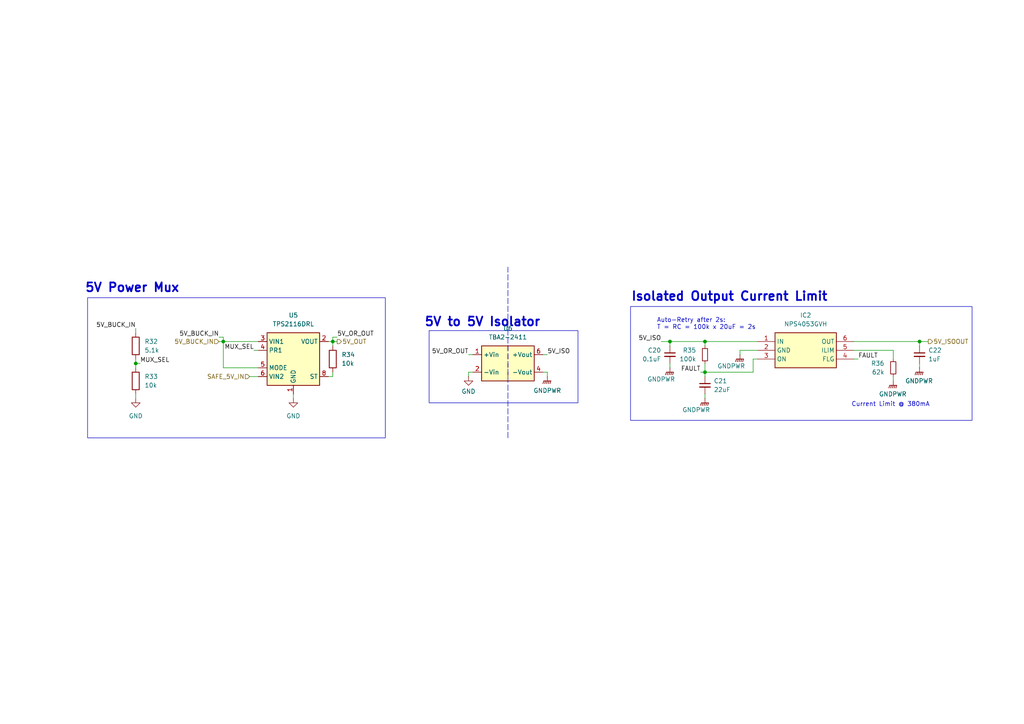
<source format=kicad_sch>
(kicad_sch (version 20231120) (generator "eeschema") (generator_version "8.0")
  (paper "A4")
  (title_block (title "5V ORring and Isolator"))
  (lib_symbols
    (symbol "Converter_DCDC:TBA2-2411"
      (property "Reference" "U" (at -6.35 6.35 0))
      (property "Value" "TBA2-2411" (at 2.54 6.35 0))
      (symbol "TBA2-2411_0_1"
        (rectangle (start -7.62 5.08) (end 7.62 -5.08) (stroke (width 0.254)) (fill (type background)))
        (polyline (pts (xy 0 -2.54) (xy 0 -3.81)))
        (polyline (pts (xy 0 0) (xy 0 -1.27)))
        (polyline (pts (xy 0 2.54) (xy 0 1.27)))
        (polyline (pts (xy 0 5.08) (xy 0 3.81)))
      )
      (symbol "TBA2-2411_1_1"
        (pin power_in line (at -10.16 2.54 0) (length 2.54) (name "+Vin") (number "1"))
        (pin power_in line (at -10.16 -2.54 0) (length 2.54) (name "-Vin") (number "2"))
        (pin power_out line (at 10.16 -2.54 180) (length 2.54) (name "-Vout") (number "4"))
        (pin power_out line (at 10.16 2.54 180) (length 2.54) (name "+Vout") (number "6"))
      )
    )
    (symbol "Device:C_Small" (pin_numbers hide) (pin_names (offset 0.254) hide)
      (property "Reference" "C" (at 0.254 1.778 0))
      (property "Value" "C_Small" (at 0.254 -2.032 0))
      (symbol "C_Small_0_1"
        (polyline (pts (xy -1.524 -0.508) (xy 1.524 -0.508)) (stroke (width 0.3302)))
        (polyline (pts (xy -1.524 0.508) (xy 1.524 0.508)) (stroke (width 0.3048)))
      )
      (symbol "C_Small_1_1"
        (pin passive line (at 0 2.54 270) (length 2.032) (name "~") (number "1"))
        (pin passive line (at 0 -2.54 90) (length 2.032) (name "~") (number "2"))
      )
    )
    (symbol "Device:R" (pin_numbers hide) (pin_names (offset 0))
      (property "Reference" "R" (at 2.032 0 90))
      (property "Value" "R" (at 0 0 90))
      (symbol "R_0_1"
        (rectangle (start -1.016 -2.54) (end 1.016 2.54) (stroke (width 0.254)))
      )
      (symbol "R_1_1"
        (pin passive line (at 0 3.81 270) (length 1.27) (name "~") (number "1"))
        (pin passive line (at 0 -3.81 90) (length 1.27) (name "~") (number "2"))
      )
    )
    (symbol "Device:R_Small" (pin_numbers hide) (pin_names (offset 0.254) hide)
      (property "Reference" "R" (at 0.762 0.508 0))
      (property "Value" "R_Small" (at 0.762 -1.016 0))
      (symbol "R_Small_0_1"
        (rectangle (start -0.762 1.778) (end 0.762 -1.778) (stroke (width 0.2032)))
      )
      (symbol "R_Small_1_1"
        (pin passive line (at 0 2.54 270) (length 0.762) (name "~") (number "1"))
        (pin passive line (at 0 -2.54 90) (length 0.762) (name "~") (number "2"))
      )
    )
    (symbol "Power_Management:TPS2116DRL"
      (property "Reference" "U" (at -7.874 9.144 0))
      (property "Value" "TPS2116DRL" (at 0.508 -8.89 0))
      (symbol "TPS2116DRL_0_1"
        (rectangle (start -7.62 7.62) (end 7.62 -7.62) (stroke (width 0.254)) (fill (type background)))
      )
      (symbol "TPS2116DRL_1_0"
        (pin power_out line (at 10.16 5.08 180) (length 2.54) hide (name "VOUT") (number "7"))
      )
      (symbol "TPS2116DRL_1_1"
        (pin power_in line (at 0 -10.16 90) (length 2.54) (name "GND") (number "1"))
        (pin power_out line (at 10.16 5.08 180) (length 2.54) (name "VOUT") (number "2"))
        (pin power_in line (at -10.16 5.08 0) (length 2.54) (name "VIN1") (number "3"))
        (pin input line (at -10.16 2.54 0) (length 2.54) (name "PR1") (number "4"))
        (pin input line (at -10.16 -2.54 0) (length 2.54) (name "MODE") (number "5"))
        (pin power_in line (at -10.16 -5.08 0) (length 2.54) (name "VIN2") (number "6"))
        (pin open_collector line (at 10.16 -5.08 180) (length 2.54) (name "ST") (number "8"))
      )
    )
    (symbol "power:GND" (power) (pin_numbers hide) (pin_names (offset 0) hide)
      (property "Value" "GND" (at 0 -3.81 0))
      (symbol "GND_0_1"
        (polyline (pts (xy 0 0) (xy 0 -1.27) (xy 1.27 -1.27) (xy 0 -2.54) (xy -1.27 -1.27) (xy 0 -1.27)))
      )
      (symbol "GND_1_1"
        (pin power_in line (at 0 0 270) (length 0) (name "~") (number "1"))
      )
    )
    (symbol "power:GNDPWR" (power) (pin_numbers hide) (pin_names (offset 0) hide)
      (property "Value" "GNDPWR" (at 0 -3.302 0))
      (symbol "GNDPWR_0_1"
        (polyline (pts (xy 0 -1.27) (xy 0 0)))
        (polyline (pts (xy -1.016 -1.27) (xy -1.27 -2.032) (xy -1.27 -2.032)) (stroke (width 0.2032)))
        (polyline (pts (xy -0.508 -1.27) (xy -0.762 -2.032) (xy -0.762 -2.032)) (stroke (width 0.2032)))
        (polyline (pts (xy 0 -1.27) (xy -0.254 -2.032) (xy -0.254 -2.032)) (stroke (width 0.2032)))
        (polyline (pts (xy 0.508 -1.27) (xy 0.254 -2.032) (xy 0.254 -2.032)) (stroke (width 0.2032)))
        (polyline (pts (xy 1.016 -1.27) (xy -1.016 -1.27) (xy -1.016 -1.27)) (stroke (width 0.2032)))
        (polyline (pts (xy 1.016 -1.27) (xy 0.762 -2.032) (xy 0.762 -2.032) (xy 0.762 -2.032)) (stroke (width 0.2032)))
      )
      (symbol "GNDPWR_1_1"
        (pin power_in line (at 0 0 270) (length 0) (name "~") (number "1"))
      )
    )
    (symbol "utsvt-chips:NPS4053GVH"
      (property "Reference" "IC" (at 24.13 7.62 0))
      (property "Value" "NPS4053GVH" (at 24.13 5.08 0))
      (symbol "NPS4053GVH_1_1"
        (rectangle (start 5.08 2.54) (end 22.86 -7.62) (stroke (width 0.254)) (fill (type background)))
        (pin passive line (at 0 0 0) (length 5.08) (name "IN") (number "1"))
        (pin passive line (at 0 -2.54 0) (length 5.08) (name "GND") (number "2"))
        (pin passive line (at 0 -5.08 0) (length 5.08) (name "ON") (number "3"))
        (pin passive line (at 27.94 -5.08 180) (length 5.08) (name "FLG") (number "4"))
        (pin passive line (at 27.94 -2.54 180) (length 5.08) (name "ILIM") (number "5"))
        (pin passive line (at 27.94 0 180) (length 5.08) (name "OUT") (number "6"))
      )
    )
  )
  (junction (at 194.31 99.06))
  (junction (at 204.47 107.95))
  (junction (at 266.7 99.06))
  (junction (at 204.47 99.06))
  (junction (at 96.52 99.06))
  (junction (at 39.37 105.41))
  (junction (at 64.77 99.06))
  (wire (pts (xy 158.75 107.95) (xy 158.75 109.22)))
  (wire (pts (xy 96.52 99.06) (xy 96.52 100.33)))
  (wire (pts (xy 204.47 107.95) (xy 204.47 109.22)))
  (wire (pts (xy 63.5 97.79) (xy 64.77 97.79)))
  (wire (pts (xy 204.47 99.06) (xy 219.71 99.06)))
  (wire (pts (xy 137.16 107.95) (xy 135.89 107.95)))
  (wire (pts (xy 204.47 107.95) (xy 218.44 107.95)))
  (wire (pts (xy 64.77 106.68) (xy 64.77 99.06)))
  (wire (pts (xy 194.31 99.06) (xy 204.47 99.06)))
  (wire (pts (xy 157.48 107.95) (xy 158.75 107.95)))
  (wire (pts (xy 157.48 102.87) (xy 158.75 102.87)))
  (wire (pts (xy 194.31 99.06) (xy 194.31 100.33)))
  (wire (pts (xy 191.77 99.06) (xy 194.31 99.06)))
  (wire (pts (xy 39.37 114.3) (xy 39.37 115.57)))
  (wire (pts (xy 72.39 109.22) (xy 74.93 109.22)))
  (wire (pts (xy 266.7 105.41) (xy 266.7 106.68)))
  (wire (pts (xy 96.52 109.22) (xy 95.25 109.22)))
  (wire (pts (xy 135.89 107.95) (xy 135.89 109.22)))
  (wire (pts (xy 219.71 104.14) (xy 218.44 104.14)))
  (wire (pts (xy 194.31 105.41) (xy 194.31 106.68)))
  (wire (pts (xy 74.93 106.68) (xy 64.77 106.68)))
  (wire (pts (xy 96.52 97.79) (xy 96.52 99.06)))
  (wire (pts (xy 214.63 101.6) (xy 214.63 102.87)))
  (wire (pts (xy 64.77 97.79) (xy 64.77 99.06)))
  (wire (pts (xy 218.44 104.14) (xy 218.44 107.95)))
  (wire (pts (xy 95.25 99.06) (xy 96.52 99.06)))
  (wire (pts (xy 259.08 101.6) (xy 259.08 104.14)))
  (wire (pts (xy 204.47 100.33) (xy 204.47 99.06)))
  (wire (pts (xy 247.65 101.6) (xy 259.08 101.6)))
  (wire (pts (xy 73.66 101.6) (xy 74.93 101.6)))
  (wire (pts (xy 219.71 101.6) (xy 214.63 101.6)))
  (wire (pts (xy 64.77 99.06) (xy 74.93 99.06)))
  (wire (pts (xy 203.2 107.95) (xy 204.47 107.95)))
  (wire (pts (xy 266.7 100.33) (xy 266.7 99.06)))
  (wire (pts (xy 259.08 109.22) (xy 259.08 110.49)))
  (wire (pts (xy 39.37 104.14) (xy 39.37 105.41)))
  (wire (pts (xy 39.37 95.25) (xy 39.37 96.52)))
  (wire (pts (xy 85.09 114.3) (xy 85.09 115.57)))
  (wire (pts (xy 247.65 104.14) (xy 248.92 104.14)))
  (wire (pts (xy 96.52 107.95) (xy 96.52 109.22)))
  (wire (pts (xy 96.52 99.06) (xy 97.79 99.06)))
  (wire (pts (xy 39.37 105.41) (xy 39.37 106.68)))
  (wire (pts (xy 135.89 102.87) (xy 137.16 102.87)))
  (wire (pts (xy 204.47 114.3) (xy 204.47 115.57)))
  (polyline (pts (xy 147.32 127) (xy 147.32 77.47)) (stroke (width 0) (type dash)))
  (wire (pts (xy 97.79 97.79) (xy 96.52 97.79)))
  (wire (pts (xy 40.64 105.41) (xy 39.37 105.41)))
  (wire (pts (xy 63.5 99.06) (xy 64.77 99.06)))
  (wire (pts (xy 266.7 99.06) (xy 269.24 99.06)))
  (wire (pts (xy 204.47 105.41) (xy 204.47 107.95)))
  (wire (pts (xy 247.65 99.06) (xy 266.7 99.06)))
  (rectangle (start 25.4 86.36) (end 111.76 127))
  (rectangle (start 124.46 95.885) (end 167.64 116.84))
  (rectangle (start 182.88 88.9) (end 281.94 121.92))
  (text "5V Power Mux" (at 38.354 83.566 0) (effects (font (size 2.54 2.54) (bold yes))))
  (text "Isolated Output Current Limit" (at 211.582 86.106 0) (effects (font (size 2.54 2.54) (bold yes))))
  (text "Current Limit @ 380mA" (at 258.318 117.348 0) (effects (font (size 1.27 1.27))))
  (text "5V to 5V Isolator" (at 139.954 93.472 0) (effects (font (size 2.54 2.54) (bold yes))))
  (text "Auto-Retry after 2s:\nT = RC = 100k x 20uF = 2s" (at 190.5 93.98 0) (effects (font (size 1.27 1.27)) (justify left)))
  (label "MUX_SEL" (at 40.64 105.41 0))
  (label "FAULT" (at 248.92 104.14 0))
  (label "MUX_SEL" (at 73.66 101.6 180))
  (label "5V_BUCK_IN" (at 39.37 95.25 180))
  (label "5V_ISO" (at 158.75 102.87 0))
  (label "5V_OR_OUT" (at 97.79 97.79 0))
  (label "FAULT" (at 203.2 107.95 180))
  (label "5V_OR_OUT" (at 135.89 102.87 180))
  (label "5V_BUCK_IN" (at 63.5 97.79 180))
  (label "5V_ISO" (at 191.77 99.06 180))
  (hierarchical_label "5V_ISOOUT" (shape output) (at 269.24 99.06 0))
  (hierarchical_label "SAFE_5V_IN" (shape input) (at 72.39 109.22 180))
  (hierarchical_label "5V_BUCK_IN" (shape input) (at 63.5 99.06 180))
  (hierarchical_label "5V_OUT" (shape output) (at 97.79 99.06 0))
  (symbol (lib_id "power:GND") (at 39.37 115.57 0) (unit 1)
    (property "Reference" "#PWR066" (effects (hide yes)))
    (property "Value" "GND" (at 39.37 120.65 0))
    (property "Description" "Power symbol creates a global label with name \"GND\" , ground" (effects (hide yes)))
  )
  (symbol (lib_id "Converter_DCDC:TBA2-2411") (at 147.32 105.41 0) (unit 1)
    (property "Reference" "U6" (at 147.32 95.25 0))
    (property "Value" "TBA2-2411" (at 147.32 97.79 0))
    (property "Footprint" "Converter_DCDC:Converter_DCDC_TRACO_TBA2-xxxx_Single_THT" (effects (hide yes)))
    (property "Datasheet" "https://www.tracopower.com/products/tba2.pdf" (effects (hide yes)))
    (property "Description" "2W DC/DC converter unregulated, 21.6-26.4V input, 5V fixed output voltage, 400mA output, 1.5kVDC isolation, SIP-7" (effects (hide yes)))
    (property "Manufacturer_Name" "TRACO Power" (effects (hide yes)))
    (property "Mouser Part Number" "495-TBA2-2411" (effects (hide yes)))
  )
  (symbol (lib_id "power:GND") (at 85.09 115.57 0) (unit 1)
    (property "Reference" "#PWR067" (effects (hide yes)))
    (property "Value" "GND" (at 85.09 120.65 0))
    (property "Description" "Power symbol creates a global label with name \"GND\" , ground" (effects (hide yes)))
  )
  (symbol (lib_id "power:GNDPWR") (at 194.31 106.68 0) (unit 1)
    (property "Reference" "#PWR070" (effects (hide yes)))
    (property "Value" "GNDPWR" (at 191.77 109.982 0))
    (property "Description" "Power symbol creates a global label with name \"GNDPWR\" , global ground" (effects (hide yes)))
  )
  (symbol (lib_id "Device:R") (at 39.37 100.33 0) (unit 1)
    (property "Reference" "R32" (at 41.91 99.0599 0) (effects (justify left)))
    (property "Value" "5.1k" (at 41.91 101.5999 0) (effects (justify left)))
    (property "Footprint" "Resistor_SMD:R_0805_2012Metric" (effects (hide yes)))
    (property "Description" "Resistor" (effects (hide yes)))
    (property "Mouser Part Number" "CRCW08055K10FKEAC " (effects (hide yes)))
    (property "Manufacturer_Name" "VISHAY" (effects (hide yes)))
  )
  (symbol (lib_id "power:GNDPWR") (at 158.75 109.22 0) (unit 1)
    (property "Reference" "#PWR069" (effects (hide yes)))
    (property "Value" "GNDPWR" (at 158.75 113.284 0))
    (property "Description" "Power symbol creates a global label with name \"GNDPWR\" , global ground" (effects (hide yes)))
  )
  (symbol (lib_id "power:GND") (at 135.89 109.22 0) (unit 1)
    (property "Reference" "#PWR068" (effects (hide yes)))
    (property "Value" "GND" (at 135.89 113.538 0))
    (property "Description" "Power symbol creates a global label with name \"GND\" , ground" (effects (hide yes)))
  )
  (symbol (lib_id "Power_Management:TPS2116DRL") (at 85.09 104.14 0) (unit 1)
    (property "Reference" "U5" (at 85.09 91.44 0))
    (property "Value" "TPS2116DRL" (at 85.09 93.98 0))
    (property "Footprint" "Package_TO_SOT_SMD:SOT-583-8" (effects (hide yes)))
    (property "Datasheet" "https://www.ti.com/lit/ds/symlink/tps2116.pdf" (effects (hide yes)))
    (property "Description" "2 Channnels Power Mux with Manual and Priority Switchover, 1.6-5.5V Input Voltage, 2.5A Output Current, Ron 40 mOhm, SOT-583-8" (effects (hide yes)))
    (property "Manufacturer_Name" "Texas Instruments" (effects (hide yes)))
    (property "Mouser Part Number" "595-TPS2116DRLR" (effects (hide yes)))
  )
  (symbol (lib_id "Device:R") (at 96.52 104.14 0) (unit 1)
    (property "Reference" "R34" (at 99.06 102.8699 0) (effects (justify left)))
    (property "Value" "10k" (at 99.06 105.4099 0) (effects (justify left)))
    (property "Footprint" "Resistor_SMD:R_0805_2012Metric" (effects (hide yes)))
    (property "Description" "Resistor" (effects (hide yes)))
    (property "Mouser Part Number" "CRCW080510K0FKEAC " (effects (hide yes)))
    (property "Manufacturer_Name" "VISHAY" (effects (hide yes)))
  )
  (symbol (lib_id "Device:R") (at 39.37 110.49 0) (unit 1)
    (property "Reference" "R33" (at 41.91 109.2199 0) (effects (justify left)))
    (property "Value" "10k" (at 41.91 111.7599 0) (effects (justify left)))
    (property "Footprint" "Resistor_SMD:R_0805_2012Metric" (effects (hide yes)))
    (property "Description" "Resistor" (effects (hide yes)))
    (property "Mouser Part Number" "CRCW080510K0FKEAC " (effects (hide yes)))
    (property "Manufacturer_Name" "VISHAY" (effects (hide yes)))
  )
  (symbol (lib_id "power:GNDPWR") (at 266.7 106.68 0) (unit 1)
    (property "Reference" "#PWR074" (effects (hide yes)))
    (property "Value" "GNDPWR" (at 266.573 110.49 0))
    (property "Description" "Power symbol creates a global label with name \"GNDPWR\" , global ground" (effects (hide yes)))
  )
  (symbol (lib_id "power:GNDPWR") (at 259.08 110.49 0) (unit 1)
    (property "Reference" "#PWR073" (effects (hide yes)))
    (property "Value" "GNDPWR" (at 258.953 114.3 0))
    (property "Description" "Power symbol creates a global label with name \"GNDPWR\" , global ground" (effects (hide yes)))
  )
  (symbol (lib_id "Device:C_Small") (at 194.31 102.87 0) (mirror y) (unit 1)
    (property "Reference" "C20" (at 191.77 101.6062 0) (effects (justify left)))
    (property "Value" "0.1uF" (at 191.77 104.1462 0) (effects (justify left)))
    (property "Footprint" "Capacitor_SMD:C_0805_2012Metric" (effects (hide yes)))
    (property "Description" "Unpolarized capacitor, small symbol" (effects (hide yes)))
    (property "Mouser Part Number" "C0805C104M5RACTU" (effects (hide yes)))
    (property "Vdc" "50V" (effects (hide yes)))
    (property "Manufacturer_Name" "KEMET" (effects (hide yes)))
  )
  (symbol (lib_id "power:GNDPWR") (at 214.63 102.87 0) (unit 1)
    (property "Reference" "#PWR072" (effects (hide yes)))
    (property "Value" "GNDPWR" (at 212.09 106.172 0))
    (property "Description" "Power symbol creates a global label with name \"GNDPWR\" , global ground" (effects (hide yes)))
  )
  (symbol (lib_id "utsvt-chips:NPS4053GVH") (at 219.71 99.06 0) (unit 1)
    (property "Reference" "IC2" (at 233.68 91.44 0))
    (property "Value" "NPS4053GVH" (at 233.68 93.98 0))
    (property "Footprint" "UTSVT_Power:SOT95P275X110-6N" (effects (hide yes)))
    (property "Datasheet" "https://assets.nexperia.com/documents/data-sheet/NPS4053.pdf" (effects (hide yes)))
    (property "Description" "NPS4053 - 5.5 V, 55 mOhm load switch with precision adjustable current limit@en-us" (effects (hide yes)))
    (property "Height" "1.1" (effects (hide yes)))
    (property "Mouser Part Number" "771-NPS4053GVH" (effects (hide yes)))
    (property "Manufacturer_Name" "Nexperia" (effects (hide yes)))
    (property "Manufacturer_Part_Number" "NPS4053GVH" (effects (hide yes)))
  )
  (symbol (lib_id "Device:C_Small") (at 266.7 102.87 0) (unit 1)
    (property "Reference" "C22" (at 269.24 101.6062 0) (effects (justify left)))
    (property "Value" "1uF" (at 269.24 104.1462 0) (effects (justify left)))
    (property "Footprint" "Capacitor_SMD:C_0805_2012Metric" (effects (hide yes)))
    (property "Description" "Unpolarized capacitor, small symbol" (effects (hide yes)))
    (property "Vdc" "50V" (effects (hide yes)))
    (property "Manufacturer_Name" "KEMET" (effects (hide yes)))
    (property "Mouser Part Number" "C0805C105K5PACTU" (effects (hide yes)))
  )
  (symbol (lib_id "Device:R_Small") (at 204.47 102.87 0) (unit 1)
    (property "Reference" "R35" (at 201.93 101.5999 0) (effects (justify right)))
    (property "Value" "100k" (at 201.93 104.1399 0) (effects (justify right)))
    (property "Footprint" "Resistor_SMD:R_0805_2012Metric" (effects (hide yes)))
    (property "Description" "Resistor, small symbol" (effects (hide yes)))
    (property "Mouser Part Number" "CRCW0805100KFKEAC" (effects (hide yes)))
    (property "Manufacturer_Name" "VISHAY" (effects (hide yes)))
  )
  (symbol (lib_id "power:GNDPWR") (at 204.47 115.57 0) (unit 1)
    (property "Reference" "#PWR071" (effects (hide yes)))
    (property "Value" "GNDPWR" (at 201.93 118.872 0))
    (property "Description" "Power symbol creates a global label with name \"GNDPWR\" , global ground" (effects (hide yes)))
  )
  (symbol (lib_id "Device:C_Small") (at 204.47 111.76 0) (unit 1)
    (property "Reference" "C21" (at 207.01 110.4962 0) (effects (justify left)))
    (property "Value" "22uF" (at 207.01 113.0362 0) (effects (justify left)))
    (property "Footprint" "Capacitor_SMD:C_0805_2012Metric" (effects (hide yes)))
    (property "Description" "Unpolarized capacitor, small symbol" (effects (hide yes)))
    (property "Vdc" "35V" (effects (hide yes)))
    (property "Manufacturer_Name" "TDK" (effects (hide yes)))
    (property "Mouser Part Number" "C2012X5R1V226M125AC" (effects (hide yes)))
  )
  (symbol (lib_id "Device:R_Small") (at 259.08 106.68 0) (unit 1)
    (property "Reference" "R36" (at 256.54 105.4099 0) (effects (justify right)))
    (property "Value" "62k" (at 256.54 107.9499 0) (effects (justify right)))
    (property "Footprint" "Resistor_SMD:R_0805_2012Metric" (effects (hide yes)))
    (property "Description" "Resistor, small symbol" (effects (hide yes)))
    (property "Mouser Part Number" "CRCW080562K0FKEAC" (effects (hide yes)))
    (property "Manufacturer_Name" "VISHAY" (effects (hide yes)))
  )
)
</source>
